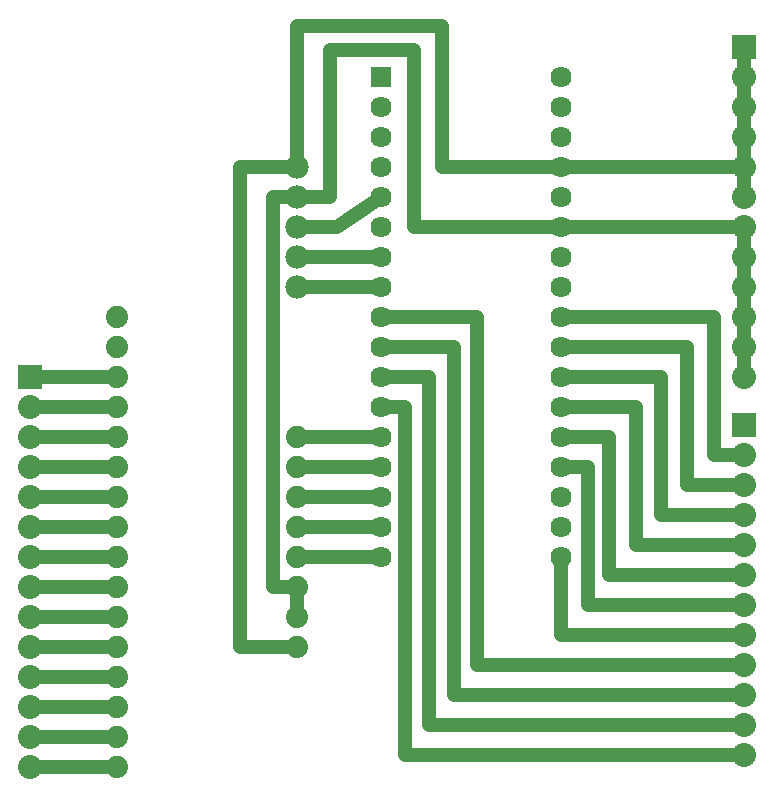
<source format=gbl>
G04 MADE WITH FRITZING*
G04 WWW.FRITZING.ORG*
G04 DOUBLE SIDED*
G04 HOLES PLATED*
G04 CONTOUR ON CENTER OF CONTOUR VECTOR*
%ASAXBY*%
%FSLAX23Y23*%
%MOIN*%
%OFA0B0*%
%SFA1.0B1.0*%
%ADD10C,0.070555*%
%ADD11C,0.070583*%
%ADD12C,0.074000*%
%ADD13C,0.080000*%
%ADD14C,0.078000*%
%ADD15R,0.070570X0.070542*%
%ADD16R,0.080000X0.080000*%
%ADD17C,0.048000*%
%LNCOPPER0*%
G90*
G70*
G54D10*
X1444Y2465D03*
X1444Y2365D03*
X1444Y2265D03*
X1444Y2165D03*
X1444Y2065D03*
X1444Y1965D03*
X1444Y1865D03*
X1444Y1765D03*
X1444Y1665D03*
G54D11*
X1444Y1565D03*
X1444Y1465D03*
X1444Y1365D03*
G54D10*
X1444Y1265D03*
X1444Y1165D03*
G54D11*
X1444Y1065D03*
X1444Y965D03*
X1444Y865D03*
G54D10*
X2044Y2465D03*
X2044Y2365D03*
X2044Y2265D03*
X2044Y2165D03*
X2044Y2065D03*
X2044Y1965D03*
X2044Y1665D03*
G54D11*
X2044Y1565D03*
G54D10*
X2044Y1765D03*
X2044Y1865D03*
G54D11*
X2044Y1465D03*
X2044Y1365D03*
G54D10*
X2044Y1265D03*
X2044Y1165D03*
G54D11*
X2044Y1065D03*
X2044Y965D03*
X2044Y865D03*
G54D12*
X564Y165D03*
X564Y265D03*
X564Y365D03*
X564Y465D03*
X564Y565D03*
X564Y665D03*
X564Y765D03*
X564Y865D03*
X564Y965D03*
X564Y1065D03*
X564Y1165D03*
X564Y1265D03*
X564Y1365D03*
X564Y1465D03*
X564Y1565D03*
X564Y1665D03*
X1164Y565D03*
X1164Y665D03*
X1164Y765D03*
X1164Y865D03*
X1164Y965D03*
X1164Y1065D03*
X1164Y1165D03*
X1164Y1265D03*
G54D13*
X2654Y2565D03*
X2654Y2465D03*
X2654Y2365D03*
X2654Y2265D03*
X2654Y2165D03*
X2654Y2065D03*
X2654Y1965D03*
X2654Y1865D03*
X2654Y1765D03*
X2654Y1665D03*
X2654Y1565D03*
X2654Y1465D03*
X2654Y1305D03*
X2654Y1205D03*
X2654Y1105D03*
X2654Y1005D03*
X2654Y905D03*
X2654Y805D03*
X2654Y705D03*
X2654Y605D03*
X2654Y505D03*
X2654Y405D03*
X2654Y305D03*
X2654Y205D03*
X274Y1465D03*
X274Y1365D03*
X274Y1265D03*
X274Y1165D03*
X274Y1065D03*
X274Y965D03*
X274Y865D03*
X274Y765D03*
X274Y665D03*
X274Y565D03*
X274Y465D03*
X274Y365D03*
X274Y265D03*
X274Y165D03*
G54D14*
X1164Y2165D03*
X1164Y2065D03*
X1164Y1965D03*
X1164Y1865D03*
X1164Y1765D03*
G54D15*
X1444Y2465D03*
G54D16*
X2654Y2565D03*
X2654Y1305D03*
X274Y1465D03*
G54D17*
X2044Y605D02*
X2044Y846D01*
D02*
X2634Y605D02*
X2044Y605D01*
D02*
X1523Y205D02*
X2634Y205D01*
D02*
X1523Y1364D02*
X1523Y205D01*
D02*
X1463Y1365D02*
X1523Y1364D01*
D02*
X1604Y305D02*
X2634Y305D01*
D02*
X1604Y1464D02*
X1604Y305D01*
D02*
X1463Y1465D02*
X1604Y1464D01*
D02*
X1686Y405D02*
X2634Y405D01*
D02*
X1686Y1564D02*
X1686Y405D01*
D02*
X1463Y1565D02*
X1686Y1564D01*
D02*
X1764Y505D02*
X2634Y505D01*
D02*
X1764Y1665D02*
X1764Y505D01*
D02*
X1463Y1665D02*
X1764Y1665D01*
D02*
X2134Y1164D02*
X2063Y1165D01*
D02*
X2134Y705D02*
X2134Y1164D01*
D02*
X2634Y705D02*
X2134Y705D01*
D02*
X2204Y805D02*
X2634Y805D01*
D02*
X2204Y1264D02*
X2204Y805D01*
D02*
X2063Y1265D02*
X2204Y1264D01*
D02*
X2293Y905D02*
X2634Y905D01*
D02*
X2293Y1365D02*
X2293Y905D01*
D02*
X2063Y1365D02*
X2293Y1365D01*
D02*
X2375Y1465D02*
X2063Y1465D01*
D02*
X2375Y1005D02*
X2375Y1465D01*
D02*
X2634Y1005D02*
X2375Y1005D01*
D02*
X2464Y1105D02*
X2464Y1565D01*
D02*
X2464Y1565D02*
X2063Y1565D01*
D02*
X2634Y1105D02*
X2464Y1105D01*
D02*
X2552Y1205D02*
X2552Y1665D01*
D02*
X2552Y1665D02*
X2063Y1665D01*
D02*
X2634Y1205D02*
X2552Y1205D01*
D02*
X1425Y865D02*
X1184Y865D01*
D02*
X1425Y965D02*
X1184Y965D01*
D02*
X1425Y1065D02*
X1184Y1065D01*
D02*
X1425Y1165D02*
X1184Y1165D01*
D02*
X1425Y1265D02*
X1184Y1265D01*
D02*
X1183Y1765D02*
X1425Y1765D01*
D02*
X1183Y1865D02*
X1425Y1865D01*
D02*
X1295Y1964D02*
X1429Y2055D01*
D02*
X1183Y1965D02*
X1295Y1964D01*
D02*
X294Y1465D02*
X544Y1465D01*
D02*
X294Y1365D02*
X544Y1365D01*
D02*
X294Y1265D02*
X544Y1265D01*
D02*
X294Y1165D02*
X544Y1165D01*
D02*
X294Y1065D02*
X544Y1065D01*
D02*
X294Y965D02*
X544Y965D01*
D02*
X294Y865D02*
X544Y865D01*
D02*
X294Y765D02*
X544Y765D01*
D02*
X294Y165D02*
X544Y165D01*
D02*
X294Y265D02*
X544Y265D01*
D02*
X294Y365D02*
X544Y365D01*
D02*
X294Y465D02*
X544Y465D01*
D02*
X294Y565D02*
X544Y565D01*
D02*
X294Y665D02*
X544Y665D01*
D02*
X1164Y745D02*
X1164Y685D01*
D02*
X1084Y2065D02*
X1145Y2065D01*
D02*
X1084Y764D02*
X1084Y2065D01*
D02*
X1144Y765D02*
X1084Y764D01*
D02*
X973Y565D02*
X1144Y565D01*
D02*
X973Y2164D02*
X973Y565D01*
D02*
X1145Y2165D02*
X973Y2164D01*
D02*
X1553Y1965D02*
X1553Y2556D01*
D02*
X1553Y2556D02*
X1273Y2556D01*
D02*
X1273Y2064D02*
X1183Y2065D01*
D02*
X1273Y2556D02*
X1273Y2064D01*
D02*
X2025Y1965D02*
X1553Y1965D01*
D02*
X1645Y2164D02*
X1645Y2636D01*
D02*
X1645Y2636D02*
X1164Y2636D01*
D02*
X1164Y2636D02*
X1164Y2184D01*
D02*
X2025Y2165D02*
X1645Y2164D01*
D02*
X2654Y1545D02*
X2654Y1485D01*
D02*
X2654Y1585D02*
X2654Y1645D01*
D02*
X2654Y1685D02*
X2654Y1745D01*
D02*
X2654Y1785D02*
X2654Y1845D01*
D02*
X2654Y1885D02*
X2654Y1945D01*
D02*
X2654Y2145D02*
X2654Y2085D01*
D02*
X2654Y2185D02*
X2654Y2245D01*
D02*
X2654Y2285D02*
X2654Y2345D01*
D02*
X2654Y2385D02*
X2654Y2445D01*
D02*
X2654Y2485D02*
X2654Y2545D01*
D02*
X2654Y2165D02*
X2654Y2545D01*
D02*
X2063Y2165D02*
X2654Y2165D01*
D02*
X2654Y1965D02*
X2654Y1785D01*
D02*
X2063Y1965D02*
X2654Y1965D01*
G04 End of Copper0*
M02*
</source>
